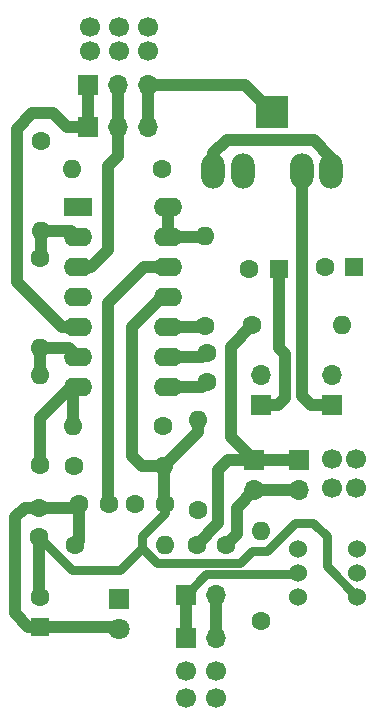
<source format=gbl>
G04 #@! TF.GenerationSoftware,KiCad,Pcbnew,5.1.10-1.fc32*
G04 #@! TF.CreationDate,2021-07-07T18:30:05+05:30*
G04 #@! TF.ProjectId,BioAmp v1.5,42696f41-6d70-4207-9631-2e352e6b6963,v1.5.6*
G04 #@! TF.SameCoordinates,Original*
G04 #@! TF.FileFunction,Copper,L2,Bot*
G04 #@! TF.FilePolarity,Positive*
%FSLAX46Y46*%
G04 Gerber Fmt 4.6, Leading zero omitted, Abs format (unit mm)*
G04 Created by KiCad (PCBNEW 5.1.10-1.fc32) date 2021-07-07 18:30:05*
%MOMM*%
%LPD*%
G01*
G04 APERTURE LIST*
G04 #@! TA.AperFunction,ComponentPad*
%ADD10C,1.524000*%
G04 #@! TD*
G04 #@! TA.AperFunction,ComponentPad*
%ADD11O,1.700000X1.700000*%
G04 #@! TD*
G04 #@! TA.AperFunction,ComponentPad*
%ADD12R,1.700000X1.700000*%
G04 #@! TD*
G04 #@! TA.AperFunction,ComponentPad*
%ADD13C,1.600000*%
G04 #@! TD*
G04 #@! TA.AperFunction,ComponentPad*
%ADD14R,1.600000X1.600000*%
G04 #@! TD*
G04 #@! TA.AperFunction,ComponentPad*
%ADD15O,2.000000X3.000000*%
G04 #@! TD*
G04 #@! TA.AperFunction,ComponentPad*
%ADD16R,2.704000X2.704000*%
G04 #@! TD*
G04 #@! TA.AperFunction,ComponentPad*
%ADD17O,2.400000X1.600000*%
G04 #@! TD*
G04 #@! TA.AperFunction,ComponentPad*
%ADD18R,2.400000X1.600000*%
G04 #@! TD*
G04 #@! TA.AperFunction,ComponentPad*
%ADD19C,1.800000*%
G04 #@! TD*
G04 #@! TA.AperFunction,ComponentPad*
%ADD20R,1.800000X1.800000*%
G04 #@! TD*
G04 #@! TA.AperFunction,ComponentPad*
%ADD21O,1.600000X1.600000*%
G04 #@! TD*
G04 #@! TA.AperFunction,ViaPad*
%ADD22C,1.700000*%
G04 #@! TD*
G04 #@! TA.AperFunction,Conductor*
%ADD23C,1.000000*%
G04 #@! TD*
G04 #@! TA.AperFunction,Conductor*
%ADD24C,0.750000*%
G04 #@! TD*
G04 APERTURE END LIST*
D10*
X153643400Y-115989400D03*
X153643400Y-113989400D03*
X153643400Y-111989400D03*
X148643400Y-115989400D03*
X148643400Y-113989400D03*
X148643400Y-111989400D03*
D11*
X141712000Y-119523800D03*
D12*
X139172000Y-119523800D03*
D13*
X140101000Y-111599000D03*
X142601000Y-111599000D03*
X150946800Y-88104000D03*
D14*
X153446800Y-88104000D03*
D13*
X144546000Y-88231000D03*
D14*
X147046000Y-88231000D03*
D12*
X144963200Y-104443800D03*
D11*
X144963200Y-106983800D03*
D15*
X149000000Y-79950000D03*
X144000000Y-79950000D03*
X151500000Y-79950000D03*
X141500000Y-79950000D03*
D16*
X146500000Y-74950000D03*
D17*
X137648000Y-83024000D03*
X130028000Y-98264000D03*
X137648000Y-85564000D03*
X130028000Y-95724000D03*
X137648000Y-88104000D03*
X130028000Y-93184000D03*
X137648000Y-90644000D03*
X130028000Y-90644000D03*
X137648000Y-93184000D03*
X130028000Y-88104000D03*
X137648000Y-95724000D03*
X130028000Y-85564000D03*
X137648000Y-98264000D03*
D18*
X130028000Y-83024000D03*
D12*
X148773200Y-104468800D03*
D11*
X148773200Y-107008800D03*
D19*
X133482400Y-118736400D03*
D20*
X133482400Y-116196400D03*
D21*
X137419400Y-111649800D03*
D13*
X129799400Y-111649800D03*
X126827600Y-116033200D03*
D14*
X126827600Y-118533200D03*
D11*
X135980000Y-76275000D03*
X133440000Y-76275000D03*
D12*
X130900000Y-76275000D03*
X130875000Y-72650000D03*
D11*
X133415000Y-72650000D03*
X135955000Y-72650000D03*
D21*
X129630000Y-101575000D03*
D13*
X137250000Y-101575000D03*
D21*
X137295000Y-104925000D03*
D13*
X129675000Y-104925000D03*
X126726000Y-108464000D03*
X126726000Y-110964000D03*
D12*
X139164400Y-115835000D03*
D11*
X141704400Y-115835000D03*
D21*
X140188000Y-101058000D03*
D13*
X140188000Y-108678000D03*
D21*
X140775000Y-85480000D03*
D13*
X140775000Y-93100000D03*
D21*
X145496600Y-110405200D03*
D13*
X145496600Y-118025200D03*
D21*
X129545400Y-79798200D03*
D13*
X137165400Y-79798200D03*
D21*
X126850000Y-97205000D03*
D13*
X126850000Y-104825000D03*
D21*
X126875000Y-85020000D03*
D13*
X126875000Y-77400000D03*
D21*
X152430800Y-93006200D03*
D13*
X144810800Y-93006200D03*
D21*
X126853000Y-94962000D03*
D13*
X126853000Y-87342000D03*
D11*
X145572800Y-97222600D03*
D12*
X145572800Y-99762600D03*
D11*
X151516400Y-97248000D03*
D12*
X151516400Y-99788000D03*
D13*
X137394000Y-108170000D03*
X134894000Y-108170000D03*
X132644200Y-108170000D03*
X130144200Y-108170000D03*
X140924600Y-97843000D03*
X140924600Y-95343000D03*
D22*
X141737400Y-122267000D03*
X139197400Y-122267000D03*
X141737400Y-124553000D03*
X139197400Y-124553000D03*
X131044000Y-67784000D03*
X133494000Y-67784000D03*
X135944000Y-67784000D03*
X131044000Y-69784000D03*
X133494000Y-69784000D03*
X135944000Y-69784000D03*
X151567200Y-106823800D03*
X151567200Y-104373800D03*
X153567200Y-106823800D03*
X153567200Y-104373800D03*
D23*
X148748200Y-104443800D02*
X148773200Y-104468800D01*
X144963200Y-104443800D02*
X148748200Y-104443800D01*
X140101000Y-111599000D02*
X141915200Y-109784800D01*
X141915200Y-109784800D02*
X141915200Y-105249000D01*
X142720400Y-104443800D02*
X144963200Y-104443800D01*
X141915200Y-105249000D02*
X142720400Y-104443800D01*
X144810800Y-93006200D02*
X142982000Y-94835000D01*
X142982000Y-102462600D02*
X144963200Y-104443800D01*
X142982000Y-94835000D02*
X142982000Y-102462600D01*
X137648000Y-83024000D02*
X137648000Y-85564000D01*
X140691000Y-85564000D02*
X140775000Y-85480000D01*
X137648000Y-85564000D02*
X140691000Y-85564000D01*
X135955000Y-76250000D02*
X135980000Y-76275000D01*
X135955000Y-72650000D02*
X135955000Y-76250000D01*
X144200000Y-72650000D02*
X146500000Y-74950000D01*
X135955000Y-72650000D02*
X144200000Y-72650000D01*
X148748200Y-106983800D02*
X148773200Y-107008800D01*
X144963200Y-106983800D02*
X148748200Y-106983800D01*
X142601000Y-111599000D02*
X143490000Y-110710000D01*
X143490000Y-108457000D02*
X144963200Y-106983800D01*
X143490000Y-110710000D02*
X143490000Y-108457000D01*
X140503600Y-98264000D02*
X140924600Y-97843000D01*
X137648000Y-98264000D02*
X140503600Y-98264000D01*
X145572800Y-99762600D02*
X146461800Y-99762600D01*
X147046000Y-88231000D02*
X147046000Y-94962000D01*
X147046000Y-94962000D02*
X147554000Y-95470000D01*
X147554000Y-95470000D02*
X147554000Y-99203800D01*
X146995200Y-99762600D02*
X145572800Y-99762600D01*
X147554000Y-99203800D02*
X146995200Y-99762600D01*
D24*
X137648000Y-95724000D02*
X136886000Y-95724000D01*
D23*
X140543600Y-95724000D02*
X140924600Y-95343000D01*
X137648000Y-95724000D02*
X140543600Y-95724000D01*
X126726000Y-108464000D02*
X125517600Y-108464000D01*
X125517600Y-108464000D02*
X124694000Y-109287600D01*
X124694000Y-109287600D02*
X124694000Y-117415600D01*
X125811600Y-118533200D02*
X126827600Y-118533200D01*
X124694000Y-117415600D02*
X125811600Y-118533200D01*
X133279200Y-118533200D02*
X133482400Y-118736400D01*
X126827600Y-118533200D02*
X133279200Y-118533200D01*
X129850200Y-108464000D02*
X130144200Y-108170000D01*
X126726000Y-108464000D02*
X129850200Y-108464000D01*
X130144200Y-111305000D02*
X129799400Y-111649800D01*
X130144200Y-108170000D02*
X130144200Y-111305000D01*
D24*
X137648000Y-88104000D02*
X137394000Y-88104000D01*
D23*
X135616000Y-88104000D02*
X132568000Y-91152000D01*
X137648000Y-88104000D02*
X135616000Y-88104000D01*
X132568000Y-107916000D02*
X132822000Y-108170000D01*
X132568000Y-108093800D02*
X132644200Y-108170000D01*
X132568000Y-91152000D02*
X132568000Y-108093800D01*
X137295000Y-108071000D02*
X137394000Y-108170000D01*
X137295000Y-104925000D02*
X137295000Y-108071000D01*
X140188000Y-102032000D02*
X137295000Y-104925000D01*
X140188000Y-101058000D02*
X140188000Y-102032000D01*
X134600000Y-104106000D02*
X135419000Y-104925000D01*
X134600000Y-93184000D02*
X134600000Y-104106000D01*
X137140000Y-90644000D02*
X134600000Y-93184000D01*
X137648000Y-90644000D02*
X137140000Y-90644000D01*
X135419000Y-104925000D02*
X137295000Y-104925000D01*
X126726000Y-115931600D02*
X126827600Y-116033200D01*
X126726000Y-110964000D02*
X126726000Y-115931600D01*
D24*
X137394000Y-108881200D02*
X137394000Y-108170000D01*
X135438200Y-110837000D02*
X137394000Y-108881200D01*
X135438200Y-111853000D02*
X135438200Y-110837000D01*
X144810800Y-112107000D02*
X143754210Y-113163590D01*
X149967000Y-109744800D02*
X148392200Y-109744800D01*
X146030000Y-112107000D02*
X144810800Y-112107000D01*
X151084600Y-110862400D02*
X149967000Y-109744800D01*
X148392200Y-109744800D02*
X146030000Y-112107000D01*
X151084600Y-113430600D02*
X151084600Y-110862400D01*
X136748790Y-113163590D02*
X135438200Y-111853000D01*
X143754210Y-113163590D02*
X136748790Y-113163590D01*
X153643400Y-115989400D02*
X151084600Y-113430600D01*
X126726000Y-110964000D02*
X129494600Y-113732600D01*
X133558600Y-113732600D02*
X135438200Y-111853000D01*
X129494600Y-113732600D02*
X133558600Y-113732600D01*
D23*
X149000000Y-79950000D02*
X149000000Y-98998800D01*
X149789200Y-99788000D02*
X151516400Y-99788000D01*
X149000000Y-98998800D02*
X149789200Y-99788000D01*
X130875000Y-76250000D02*
X130900000Y-76275000D01*
X130875000Y-72650000D02*
X130875000Y-76250000D01*
X130028000Y-93184000D02*
X128707200Y-93184000D01*
X128707200Y-93184000D02*
X124846400Y-89323200D01*
X124846400Y-89323200D02*
X124846400Y-76369200D01*
X124846400Y-76369200D02*
X126141800Y-75073800D01*
X126141800Y-75073800D02*
X127894400Y-75073800D01*
X129095600Y-76275000D02*
X130900000Y-76275000D01*
X127894400Y-75073800D02*
X129095600Y-76275000D01*
X133450000Y-76285000D02*
X133440000Y-76275000D01*
X132590001Y-86684999D02*
X132590001Y-79509999D01*
X132590001Y-79509999D02*
X133450000Y-78650000D01*
X131171000Y-88104000D02*
X132590001Y-86684999D01*
X133450000Y-78650000D02*
X133450000Y-76285000D01*
X130028000Y-88104000D02*
X131171000Y-88104000D01*
X133415000Y-76250000D02*
X133440000Y-76275000D01*
X133415000Y-72650000D02*
X133415000Y-76250000D01*
X129266000Y-94962000D02*
X130028000Y-95724000D01*
X126853000Y-94962000D02*
X129266000Y-94962000D01*
X126853000Y-97202000D02*
X126850000Y-97205000D01*
X126853000Y-94962000D02*
X126853000Y-97202000D01*
X126875000Y-87320000D02*
X126853000Y-87342000D01*
X126875000Y-85020000D02*
X126875000Y-87320000D01*
X129484000Y-85020000D02*
X130028000Y-85564000D01*
X126875000Y-85020000D02*
X129484000Y-85020000D01*
X126850000Y-104825000D02*
X126850000Y-100850000D01*
X129436000Y-98264000D02*
X130028000Y-98264000D01*
X126850000Y-100850000D02*
X129436000Y-98264000D01*
X129630000Y-98662000D02*
X130028000Y-98264000D01*
X129630000Y-101575000D02*
X129630000Y-98662000D01*
X140691000Y-93184000D02*
X140775000Y-93100000D01*
X137648000Y-93184000D02*
X140691000Y-93184000D01*
X139164400Y-115835000D02*
X139164400Y-119516200D01*
D24*
X139164400Y-115835000D02*
X139177800Y-115835000D01*
X139177800Y-115835000D02*
X140899200Y-114113600D01*
X148519200Y-114113600D02*
X148643400Y-113989400D01*
X140899200Y-114113600D02*
X148519200Y-114113600D01*
D23*
X141704400Y-115835000D02*
X141704400Y-119516200D01*
X141500000Y-79950000D02*
X141500000Y-78475000D01*
X141500000Y-78475000D02*
X142650000Y-77325000D01*
X142650000Y-77325000D02*
X150000000Y-77325000D01*
X151500000Y-78825000D02*
X151500000Y-79950000D01*
X150000000Y-77325000D02*
X151500000Y-78825000D01*
M02*

</source>
